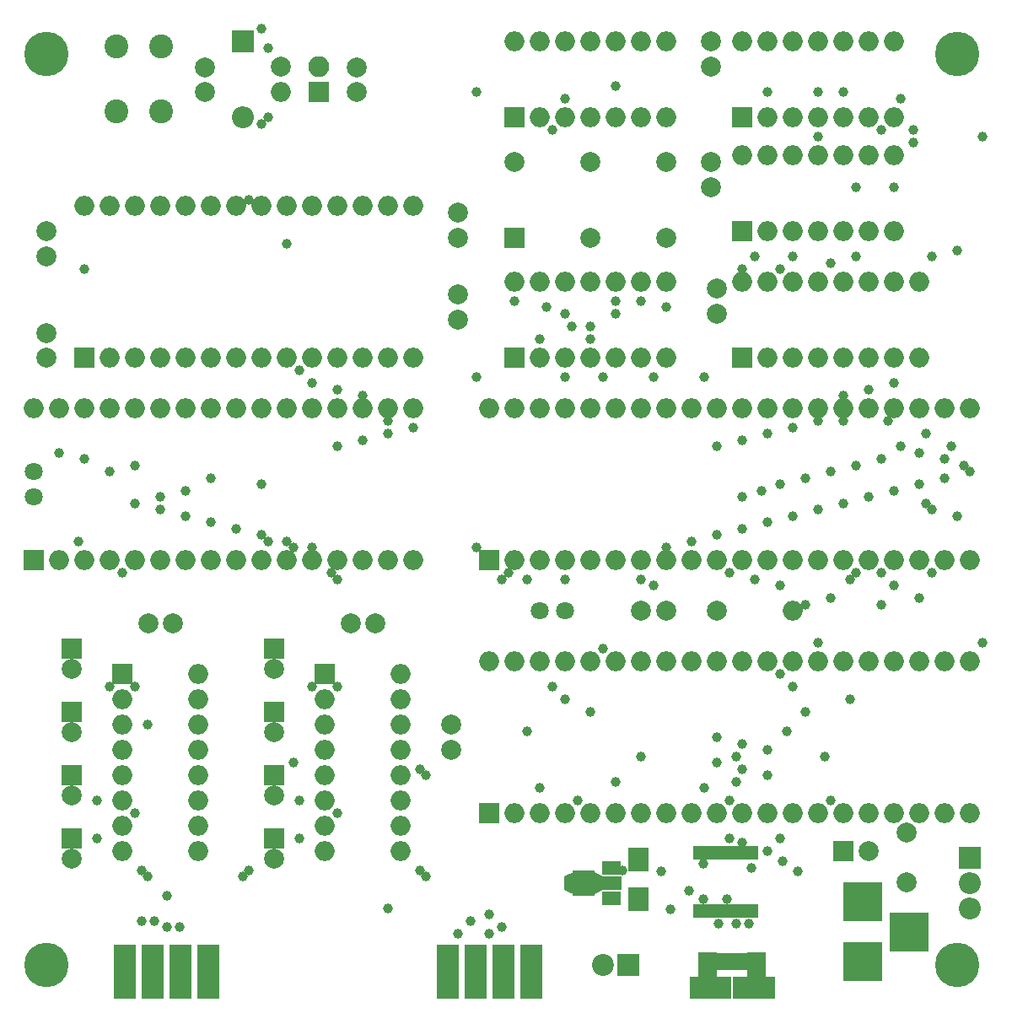
<source format=gbr>
G04 #@! TF.FileFunction,Soldermask,Bot*
%FSLAX46Y46*%
G04 Gerber Fmt 4.6, Leading zero omitted, Abs format (unit mm)*
G04 Created by KiCad (PCBNEW 4.0.7-e2-6376~58~ubuntu16.04.1) date Tue Jul 31 10:43:38 2018*
%MOMM*%
%LPD*%
G01*
G04 APERTURE LIST*
%ADD10C,0.100000*%
%ADD11R,2.000000X2.000000*%
%ADD12O,2.000000X2.000000*%
%ADD13R,2.180000X5.480000*%
%ADD14C,2.000000*%
%ADD15R,3.900000X3.900000*%
%ADD16C,2.400000*%
%ADD17R,2.200000X2.200000*%
%ADD18O,2.200000X2.200000*%
%ADD19C,4.464000*%
%ADD20R,2.100000X2.100000*%
%ADD21O,2.100000X2.100000*%
%ADD22C,1.800000*%
%ADD23C,2.200000*%
%ADD24R,0.800000X1.400000*%
%ADD25R,2.100000X2.400000*%
%ADD26R,0.850000X1.780000*%
%ADD27R,1.875000X2.500000*%
%ADD28R,2.775000X2.300000*%
%ADD29R,1.575000X2.300000*%
%ADD30R,1.900000X1.400000*%
%ADD31R,2.200000X1.400000*%
%ADD32R,2.240000X2.600000*%
%ADD33C,1.000000*%
G04 APERTURE END LIST*
D10*
D11*
X180340000Y-58420000D03*
D12*
X195580000Y-50800000D03*
X182880000Y-58420000D03*
X193040000Y-50800000D03*
X185420000Y-58420000D03*
X190500000Y-50800000D03*
X187960000Y-58420000D03*
X187960000Y-50800000D03*
X190500000Y-58420000D03*
X185420000Y-50800000D03*
X193040000Y-58420000D03*
X182880000Y-50800000D03*
X195580000Y-58420000D03*
X180340000Y-50800000D03*
D11*
X157480000Y-71120000D03*
D12*
X172720000Y-63500000D03*
X160020000Y-71120000D03*
X170180000Y-63500000D03*
X162560000Y-71120000D03*
X167640000Y-63500000D03*
X165100000Y-71120000D03*
X165100000Y-63500000D03*
X167640000Y-71120000D03*
X162560000Y-63500000D03*
X170180000Y-71120000D03*
X160020000Y-63500000D03*
X172720000Y-71120000D03*
X157480000Y-63500000D03*
D11*
X154940000Y-116840000D03*
D12*
X203200000Y-101600000D03*
X157480000Y-116840000D03*
X200660000Y-101600000D03*
X160020000Y-116840000D03*
X198120000Y-101600000D03*
X162560000Y-116840000D03*
X195580000Y-101600000D03*
X165100000Y-116840000D03*
X193040000Y-101600000D03*
X167640000Y-116840000D03*
X190500000Y-101600000D03*
X170180000Y-116840000D03*
X187960000Y-101600000D03*
X172720000Y-116840000D03*
X185420000Y-101600000D03*
X175260000Y-116840000D03*
X182880000Y-101600000D03*
X177800000Y-116840000D03*
X180340000Y-101600000D03*
X180340000Y-116840000D03*
X177800000Y-101600000D03*
X182880000Y-116840000D03*
X175260000Y-101600000D03*
X185420000Y-116840000D03*
X172720000Y-101600000D03*
X187960000Y-116840000D03*
X170180000Y-101600000D03*
X190500000Y-116840000D03*
X167640000Y-101600000D03*
X193040000Y-116840000D03*
X165100000Y-101600000D03*
X195580000Y-116840000D03*
X162560000Y-101600000D03*
X198120000Y-116840000D03*
X160020000Y-101600000D03*
X200660000Y-116840000D03*
X157480000Y-101600000D03*
X203200000Y-116840000D03*
X154940000Y-101600000D03*
D13*
X126745000Y-132715000D03*
X123955000Y-132715000D03*
X121155000Y-132715000D03*
X118365000Y-132715000D03*
D11*
X133350000Y-100330000D03*
D14*
X133350000Y-102330000D03*
D11*
X133350000Y-113030000D03*
D14*
X133350000Y-115030000D03*
D11*
X133350000Y-119380000D03*
D14*
X133350000Y-121380000D03*
D11*
X133350000Y-106680000D03*
D14*
X133350000Y-108680000D03*
X126365000Y-44450000D03*
X126365000Y-41950000D03*
X141605000Y-44450000D03*
X141605000Y-41950000D03*
X123190000Y-97790000D03*
X120690000Y-97790000D03*
X177800000Y-64135000D03*
X177800000Y-66635000D03*
X177165000Y-39370000D03*
X177165000Y-41870000D03*
X151130000Y-107950000D03*
X151130000Y-110450000D03*
X110490000Y-58420000D03*
X110490000Y-60920000D03*
X177165000Y-51435000D03*
X177165000Y-53935000D03*
X170180000Y-96520000D03*
X172680000Y-96520000D03*
X151765000Y-59055000D03*
X151765000Y-56555000D03*
X110490000Y-71120000D03*
X110490000Y-68620000D03*
X143510000Y-97790000D03*
X141010000Y-97790000D03*
X151765000Y-64770000D03*
X151765000Y-67270000D03*
D11*
X113030000Y-100330000D03*
D14*
X113030000Y-102330000D03*
D11*
X113030000Y-113030000D03*
D14*
X113030000Y-115030000D03*
D11*
X113030000Y-106680000D03*
D14*
X113030000Y-108680000D03*
D11*
X113030000Y-119380000D03*
D14*
X113030000Y-121380000D03*
D13*
X159130000Y-132715000D03*
X156340000Y-132715000D03*
X153540000Y-132715000D03*
X150750000Y-132715000D03*
D15*
X192405000Y-125730000D03*
X192405000Y-131730000D03*
X197105000Y-128730000D03*
D14*
X133985000Y-41910000D03*
D12*
X133985000Y-44450000D03*
D16*
X121975000Y-46355000D03*
X117475000Y-46355000D03*
X121975000Y-39855000D03*
X117475000Y-39855000D03*
D11*
X154940000Y-91440000D03*
D12*
X203200000Y-76200000D03*
X157480000Y-91440000D03*
X200660000Y-76200000D03*
X160020000Y-91440000D03*
X198120000Y-76200000D03*
X162560000Y-91440000D03*
X195580000Y-76200000D03*
X165100000Y-91440000D03*
X193040000Y-76200000D03*
X167640000Y-91440000D03*
X190500000Y-76200000D03*
X170180000Y-91440000D03*
X187960000Y-76200000D03*
X172720000Y-91440000D03*
X185420000Y-76200000D03*
X175260000Y-91440000D03*
X182880000Y-76200000D03*
X177800000Y-91440000D03*
X180340000Y-76200000D03*
X180340000Y-91440000D03*
X177800000Y-76200000D03*
X182880000Y-91440000D03*
X175260000Y-76200000D03*
X185420000Y-91440000D03*
X172720000Y-76200000D03*
X187960000Y-91440000D03*
X170180000Y-76200000D03*
X190500000Y-91440000D03*
X167640000Y-76200000D03*
X193040000Y-91440000D03*
X165100000Y-76200000D03*
X195580000Y-91440000D03*
X162560000Y-76200000D03*
X198120000Y-91440000D03*
X160020000Y-76200000D03*
X200660000Y-91440000D03*
X157480000Y-76200000D03*
X203200000Y-91440000D03*
X154940000Y-76200000D03*
D11*
X180340000Y-46990000D03*
D12*
X195580000Y-39370000D03*
X182880000Y-46990000D03*
X193040000Y-39370000D03*
X185420000Y-46990000D03*
X190500000Y-39370000D03*
X187960000Y-46990000D03*
X187960000Y-39370000D03*
X190500000Y-46990000D03*
X185420000Y-39370000D03*
X193040000Y-46990000D03*
X182880000Y-39370000D03*
X195580000Y-46990000D03*
X180340000Y-39370000D03*
D11*
X138430000Y-102870000D03*
D12*
X146050000Y-120650000D03*
X138430000Y-105410000D03*
X146050000Y-118110000D03*
X138430000Y-107950000D03*
X146050000Y-115570000D03*
X138430000Y-110490000D03*
X146050000Y-113030000D03*
X138430000Y-113030000D03*
X146050000Y-110490000D03*
X138430000Y-115570000D03*
X146050000Y-107950000D03*
X138430000Y-118110000D03*
X146050000Y-105410000D03*
X138430000Y-120650000D03*
X146050000Y-102870000D03*
D11*
X114300000Y-71120000D03*
D12*
X147320000Y-55880000D03*
X116840000Y-71120000D03*
X144780000Y-55880000D03*
X119380000Y-71120000D03*
X142240000Y-55880000D03*
X121920000Y-71120000D03*
X139700000Y-55880000D03*
X124460000Y-71120000D03*
X137160000Y-55880000D03*
X127000000Y-71120000D03*
X134620000Y-55880000D03*
X129540000Y-71120000D03*
X132080000Y-55880000D03*
X132080000Y-71120000D03*
X129540000Y-55880000D03*
X134620000Y-71120000D03*
X127000000Y-55880000D03*
X137160000Y-71120000D03*
X124460000Y-55880000D03*
X139700000Y-71120000D03*
X121920000Y-55880000D03*
X142240000Y-71120000D03*
X119380000Y-55880000D03*
X144780000Y-71120000D03*
X116840000Y-55880000D03*
X147320000Y-71120000D03*
X114300000Y-55880000D03*
D11*
X118110000Y-102870000D03*
D12*
X125730000Y-120650000D03*
X118110000Y-105410000D03*
X125730000Y-118110000D03*
X118110000Y-107950000D03*
X125730000Y-115570000D03*
X118110000Y-110490000D03*
X125730000Y-113030000D03*
X118110000Y-113030000D03*
X125730000Y-110490000D03*
X118110000Y-115570000D03*
X125730000Y-107950000D03*
X118110000Y-118110000D03*
X125730000Y-105410000D03*
X118110000Y-120650000D03*
X125730000Y-102870000D03*
D17*
X203200000Y-121285000D03*
D18*
X203200000Y-123825000D03*
X203200000Y-126365000D03*
D19*
X110490000Y-132080000D03*
X201930000Y-40640000D03*
X110490000Y-40640000D03*
X201930000Y-132080000D03*
D11*
X157480000Y-59055000D03*
D14*
X157480000Y-51435000D03*
X172720000Y-51435000D03*
X172720000Y-59055000D03*
D11*
X157480000Y-59055000D03*
D14*
X157480000Y-51435000D03*
X165100000Y-51435000D03*
X165100000Y-59055000D03*
X196850000Y-118745000D03*
X196850000Y-123745000D03*
D11*
X190500000Y-120650000D03*
D14*
X193000000Y-120650000D03*
D17*
X130175000Y-39370000D03*
D18*
X130175000Y-46990000D03*
D20*
X137795000Y-44450000D03*
D21*
X137795000Y-41910000D03*
D11*
X109220000Y-91440000D03*
D12*
X147320000Y-76200000D03*
X111760000Y-91440000D03*
X144780000Y-76200000D03*
X114300000Y-91440000D03*
X142240000Y-76200000D03*
X116840000Y-91440000D03*
X139700000Y-76200000D03*
X119380000Y-91440000D03*
X137160000Y-76200000D03*
X121920000Y-91440000D03*
X134620000Y-76200000D03*
X124460000Y-91440000D03*
X132080000Y-76200000D03*
X127000000Y-91440000D03*
X129540000Y-76200000D03*
X129540000Y-91440000D03*
X127000000Y-76200000D03*
X132080000Y-91440000D03*
X124460000Y-76200000D03*
X134620000Y-91440000D03*
X121920000Y-76200000D03*
X137160000Y-91440000D03*
X119380000Y-76200000D03*
X139700000Y-91440000D03*
X116840000Y-76200000D03*
X142240000Y-91440000D03*
X114300000Y-76200000D03*
X144780000Y-91440000D03*
X111760000Y-76200000D03*
X147320000Y-91440000D03*
X109220000Y-76200000D03*
D22*
X109220000Y-85090000D03*
X109220000Y-82550000D03*
D17*
X168910000Y-132080000D03*
D23*
X166370000Y-132080000D03*
D24*
X175764000Y-120798000D03*
X176414000Y-120798000D03*
X177064000Y-120798000D03*
X177714000Y-120798000D03*
X178364000Y-120798000D03*
X179014000Y-120798000D03*
X179664000Y-120798000D03*
X180314000Y-120798000D03*
X180964000Y-120798000D03*
X181614000Y-120798000D03*
X181614000Y-126598000D03*
X180964000Y-126598000D03*
X180314000Y-126598000D03*
X179664000Y-126598000D03*
X179014000Y-126598000D03*
X178364000Y-126598000D03*
X177714000Y-126598000D03*
X177064000Y-126598000D03*
X176414000Y-126598000D03*
X175764000Y-126598000D03*
D25*
X169926000Y-121444000D03*
X169926000Y-125444000D03*
D26*
X180624000Y-131706000D03*
X179974000Y-131706000D03*
X179324000Y-131706000D03*
X178674000Y-131706000D03*
X178024000Y-131706000D03*
D27*
X181786500Y-132066000D03*
X176861500Y-132066000D03*
D28*
X182234000Y-134366000D03*
X176414000Y-134366000D03*
D29*
X180164000Y-134366000D03*
X178484000Y-134366000D03*
D10*
G36*
X162443000Y-123125000D02*
X163693000Y-122525000D01*
X163693000Y-125125000D01*
X162443000Y-124525000D01*
X162443000Y-123125000D01*
X162443000Y-123125000D01*
G37*
D30*
X167215000Y-122325000D03*
D31*
X167068500Y-123825000D03*
D30*
X167215000Y-125325000D03*
D32*
X164401500Y-123825000D03*
D10*
G36*
X166511200Y-124425000D02*
X165111200Y-125125000D01*
X165111200Y-122525000D01*
X166511200Y-123225000D01*
X166511200Y-124425000D01*
X166511200Y-124425000D01*
G37*
D11*
X157480000Y-46990000D03*
D12*
X172720000Y-39370000D03*
X160020000Y-46990000D03*
X170180000Y-39370000D03*
X162560000Y-46990000D03*
X167640000Y-39370000D03*
X165100000Y-46990000D03*
X165100000Y-39370000D03*
X167640000Y-46990000D03*
X162560000Y-39370000D03*
X170180000Y-46990000D03*
X160020000Y-39370000D03*
X172720000Y-46990000D03*
X157480000Y-39370000D03*
D11*
X180340000Y-71120000D03*
D12*
X198120000Y-63500000D03*
X182880000Y-71120000D03*
X195580000Y-63500000D03*
X185420000Y-71120000D03*
X193040000Y-63500000D03*
X187960000Y-71120000D03*
X190500000Y-63500000D03*
X190500000Y-71120000D03*
X187960000Y-63500000D03*
X193040000Y-71120000D03*
X185420000Y-63500000D03*
X195580000Y-71120000D03*
X182880000Y-63500000D03*
X198120000Y-71120000D03*
X180340000Y-63500000D03*
D14*
X177800000Y-96520000D03*
D12*
X185420000Y-96520000D03*
D22*
X162560000Y-96520000D03*
X160020000Y-96520000D03*
D33*
X137160000Y-104140000D03*
X135890000Y-119380000D03*
X135890000Y-115570000D03*
X133350000Y-106680000D03*
X158750000Y-93345000D03*
X181610000Y-60960000D03*
X185420000Y-60960000D03*
X163830000Y-115570000D03*
X167640000Y-65405000D03*
X157480000Y-65405000D03*
X162560000Y-105410000D03*
X191135000Y-105410000D03*
X114300000Y-62230000D03*
X180340000Y-62230000D03*
X139700000Y-116840000D03*
X139700000Y-104140000D03*
X119380000Y-116840000D03*
X119380000Y-104140000D03*
X170180000Y-93345000D03*
X162560000Y-93345000D03*
X165100000Y-69215000D03*
X160020000Y-69215000D03*
X167640000Y-43815000D03*
X195580000Y-53975000D03*
X197485000Y-49530000D03*
X197485000Y-48260000D03*
X168275000Y-122555000D03*
X172212000Y-122682000D03*
X182880000Y-120650000D03*
X185928000Y-122682000D03*
X153670000Y-73025000D03*
X153670000Y-44450000D03*
X166370000Y-100330000D03*
X166370000Y-73025000D03*
X162560000Y-73025000D03*
X116840000Y-104140000D03*
X115570000Y-119380000D03*
X115570000Y-115570000D03*
X144780000Y-126365000D03*
X151765000Y-128905000D03*
X154940000Y-128905000D03*
X154940000Y-127000000D03*
X156210000Y-128270000D03*
X153035000Y-127635000D03*
X120015000Y-127635000D03*
X120015000Y-122555000D03*
X120650000Y-107950000D03*
X122555000Y-128270000D03*
X122555000Y-125095000D03*
X120650000Y-123190000D03*
X123825000Y-128270000D03*
X121285000Y-127635000D03*
X191770000Y-81915000D03*
X202565000Y-81915000D03*
X119380000Y-81915000D03*
X194310000Y-81280000D03*
X114300000Y-81280000D03*
X200660000Y-81280000D03*
X184150000Y-62230000D03*
X198120000Y-80645000D03*
X111760000Y-80645000D03*
X201295000Y-80010000D03*
X196215000Y-80010000D03*
X195580000Y-73660000D03*
X137160000Y-73660000D03*
X139700000Y-74295000D03*
X194310000Y-92710000D03*
X199390000Y-92710000D03*
X193040000Y-74295000D03*
X142240000Y-74930000D03*
X190500000Y-74930000D03*
X190500000Y-77470000D03*
X194945000Y-77470000D03*
X144780000Y-77470000D03*
X187960000Y-77470000D03*
X189230000Y-95250000D03*
X198120000Y-95250000D03*
X153670000Y-90170000D03*
X172720000Y-90170000D03*
X137160000Y-90170000D03*
X147320000Y-78105000D03*
X186690000Y-95885000D03*
X194310000Y-95885000D03*
X185420000Y-78105000D03*
X160020000Y-114300000D03*
X176530000Y-114300000D03*
X175260000Y-89535000D03*
X134620000Y-89535000D03*
X184150000Y-93980000D03*
X195580000Y-93980000D03*
X182880000Y-78740000D03*
X144780000Y-78740000D03*
X165100000Y-106680000D03*
X186690000Y-106680000D03*
X177800000Y-88900000D03*
X132080000Y-88900000D03*
X181610000Y-93345000D03*
X191135000Y-93345000D03*
X180340000Y-79375000D03*
X142240000Y-79375000D03*
X167640000Y-113665000D03*
X179705000Y-113665000D03*
X179705000Y-111125000D03*
X188595000Y-111125000D03*
X180340000Y-88265000D03*
X129540000Y-88265000D03*
X139700000Y-80010000D03*
X179070000Y-92710000D03*
X191770000Y-92710000D03*
X177800000Y-80010000D03*
X182880000Y-87630000D03*
X127000000Y-87630000D03*
X171450000Y-93980000D03*
X118110000Y-92710000D03*
X201930000Y-60325000D03*
X201930000Y-86995000D03*
X185420000Y-86995000D03*
X124460000Y-86995000D03*
X191770000Y-53975000D03*
X191770000Y-60960000D03*
X199390000Y-60960000D03*
X199390000Y-86360000D03*
X187960000Y-86360000D03*
X121920000Y-86360000D03*
X170180000Y-65405000D03*
X171450000Y-73025000D03*
X176530000Y-73025000D03*
X189230000Y-61595000D03*
X198755000Y-78740000D03*
X198755000Y-85725000D03*
X190500000Y-85725000D03*
X119380000Y-85725000D03*
X162560000Y-66675000D03*
X167640000Y-66675000D03*
X180340000Y-85090000D03*
X121920000Y-85090000D03*
X193040000Y-85090000D03*
X182245000Y-84455000D03*
X124460000Y-84455000D03*
X195580000Y-84455000D03*
X184150000Y-83820000D03*
X198120000Y-83820000D03*
X132080000Y-83820000D03*
X186690000Y-83185000D03*
X200660000Y-83185000D03*
X127000000Y-83185000D03*
X189230000Y-82550000D03*
X116840000Y-82550000D03*
X203200000Y-82550000D03*
X132715000Y-40005000D03*
X132715000Y-46990000D03*
X130810000Y-55245000D03*
X196215000Y-45085000D03*
X182880000Y-44450000D03*
X187960000Y-44450000D03*
X134620000Y-59690000D03*
X204470000Y-48895000D03*
X187960000Y-48895000D03*
X204470000Y-99695000D03*
X187960000Y-99695000D03*
X135890000Y-72390000D03*
X160655000Y-66040000D03*
X172720000Y-66040000D03*
X182880000Y-113030000D03*
X180340000Y-112395000D03*
X177800000Y-111760000D03*
X179070000Y-119380000D03*
X179070000Y-115570000D03*
X189230000Y-115570000D03*
X170180000Y-111125000D03*
X148590000Y-113030000D03*
X148590000Y-123190000D03*
X130175000Y-123190000D03*
X130810000Y-122555000D03*
X182880000Y-110490000D03*
X147955000Y-112395000D03*
X147955000Y-122555000D03*
X180340000Y-109855000D03*
X135255000Y-111760000D03*
X177800000Y-109220000D03*
X180314000Y-119761000D03*
X176403000Y-125476000D03*
X184150000Y-102870000D03*
X184150000Y-119380000D03*
X132080000Y-47625000D03*
X132080000Y-38100000D03*
X139700000Y-93345000D03*
X132715000Y-89535000D03*
X113665000Y-89535000D03*
X156210000Y-93345000D03*
X158750000Y-108585000D03*
X184785000Y-108585000D03*
X139065000Y-92710000D03*
X185420000Y-104140000D03*
X161290000Y-104140000D03*
X156845000Y-92710000D03*
X135255000Y-90170000D03*
X163195000Y-67945000D03*
X165100000Y-67945000D03*
X178816000Y-125476000D03*
X184404000Y-121666000D03*
X181229000Y-122301000D03*
X176403000Y-121920000D03*
X180975000Y-127889000D03*
X179705000Y-127889000D03*
X177927000Y-127889000D03*
X161290000Y-48260000D03*
X194310000Y-48260000D03*
X173101000Y-126492000D03*
X175006000Y-124587000D03*
X190500000Y-44450000D03*
X162560000Y-45085000D03*
M02*

</source>
